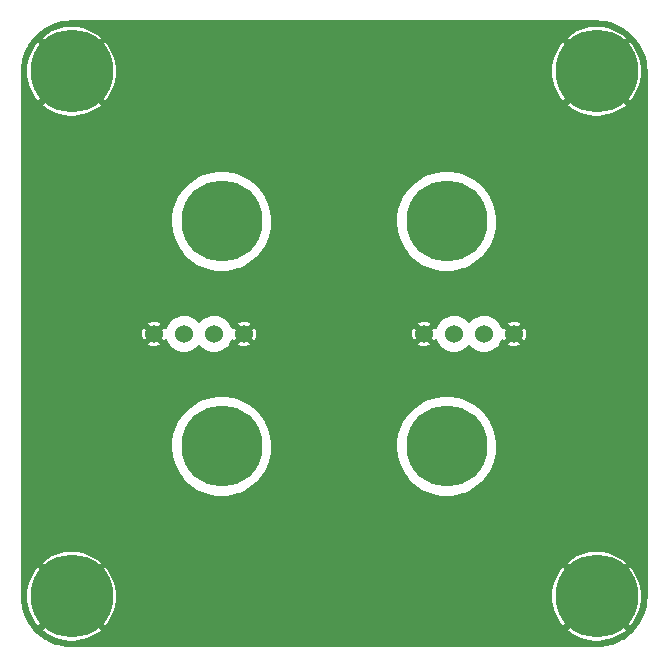
<source format=gbr>
%TF.GenerationSoftware,KiCad,Pcbnew,(5.99.0-12181-g5e8b23af64)*%
%TF.CreationDate,2021-09-04T21:12:43-05:00*%
%TF.ProjectId,banana-base-board,62616e61-6e61-42d6-9261-73652d626f61,rev?*%
%TF.SameCoordinates,Original*%
%TF.FileFunction,Copper,L4,Bot*%
%TF.FilePolarity,Positive*%
%FSLAX46Y46*%
G04 Gerber Fmt 4.6, Leading zero omitted, Abs format (unit mm)*
G04 Created by KiCad (PCBNEW (5.99.0-12181-g5e8b23af64)) date 2021-09-04 21:12:43*
%MOMM*%
%LPD*%
G01*
G04 APERTURE LIST*
%TA.AperFunction,ComponentPad*%
%ADD10C,6.858000*%
%TD*%
%TA.AperFunction,ComponentPad*%
%ADD11C,1.524000*%
%TD*%
%TA.AperFunction,ComponentPad*%
%ADD12C,7.000000*%
%TD*%
%TA.AperFunction,ViaPad*%
%ADD13C,0.800000*%
%TD*%
G04 APERTURE END LIST*
D10*
%TO.P,H4,1,1*%
%TO.N,Net-(H4-Pad1)*%
X146050000Y-88900000D03*
%TD*%
%TO.P,H3,1,1*%
%TO.N,Net-(H3-Pad1)*%
X127000000Y-88900000D03*
%TD*%
D11*
%TO.P,REF\u002A\u002A,1*%
%TO.N,Net-(H6-Pad1)*%
X144145000Y-79375000D03*
X151765000Y-79375000D03*
%TO.P,REF\u002A\u002A,2*%
%TO.N,Net-(H2-Pad1)*%
X146685000Y-79375000D03*
%TO.P,REF\u002A\u002A,3*%
%TO.N,Net-(H4-Pad1)*%
X149225000Y-79375000D03*
%TD*%
D12*
%TO.P,H8,1,1*%
%TO.N,Net-(H6-Pad1)*%
X158750000Y-101600000D03*
%TD*%
D10*
%TO.P,H2,1,1*%
%TO.N,Net-(H2-Pad1)*%
X146050000Y-69850000D03*
%TD*%
D12*
%TO.P,H7,1,1*%
%TO.N,Net-(H6-Pad1)*%
X158750000Y-57150000D03*
%TD*%
%TO.P,H9,1,1*%
%TO.N,Net-(H6-Pad1)*%
X114300000Y-57150000D03*
%TD*%
D10*
%TO.P,H1,1,1*%
%TO.N,Net-(H1-Pad1)*%
X127000000Y-69850000D03*
%TD*%
D12*
%TO.P,H6,1,1*%
%TO.N,Net-(H6-Pad1)*%
X114300000Y-101600000D03*
%TD*%
D11*
%TO.P,REF\u002A\u002A,1*%
%TO.N,Net-(H6-Pad1)*%
X128905000Y-79375000D03*
X121285000Y-79375000D03*
%TO.P,REF\u002A\u002A,2*%
%TO.N,Net-(H3-Pad1)*%
X123825000Y-79375000D03*
%TO.P,REF\u002A\u002A,3*%
%TO.N,Net-(H1-Pad1)*%
X126365000Y-79375000D03*
%TD*%
D13*
%TO.N,Net-(H6-Pad1)*%
X146050000Y-99695000D03*
X119380000Y-99695000D03*
X127000000Y-55245000D03*
X158750000Y-64135000D03*
X160655000Y-77470000D03*
X112395000Y-73660000D03*
X132715000Y-101600000D03*
X130810000Y-99695000D03*
X151765000Y-57150000D03*
X149860000Y-103505000D03*
X112395000Y-88900000D03*
X114300000Y-67945000D03*
X125095000Y-101600000D03*
X112395000Y-85090000D03*
X160655000Y-69850000D03*
X156845000Y-66040000D03*
X114300000Y-79375000D03*
X158750000Y-67945000D03*
X156845000Y-96520000D03*
X112395000Y-92710000D03*
X134620000Y-55245000D03*
X142240000Y-103505000D03*
X160655000Y-66040000D03*
X147955000Y-101600000D03*
X136525000Y-101600000D03*
X127000000Y-59055000D03*
X119380000Y-55245000D03*
X114300000Y-71755000D03*
X121285000Y-57150000D03*
X125095000Y-57150000D03*
X158750000Y-83185000D03*
X156845000Y-69850000D03*
X114300000Y-86995000D03*
X116205000Y-85090000D03*
X160655000Y-85090000D03*
X156845000Y-81280000D03*
X123190000Y-59055000D03*
X138430000Y-59055000D03*
X160655000Y-81280000D03*
X160655000Y-88900000D03*
X158750000Y-90805000D03*
X114300000Y-75565000D03*
X144145000Y-101600000D03*
X158750000Y-71755000D03*
X116205000Y-96520000D03*
X160655000Y-62230000D03*
X146050000Y-103505000D03*
X160655000Y-73660000D03*
X116205000Y-73660000D03*
X140335000Y-101600000D03*
X123190000Y-99695000D03*
X156845000Y-77470000D03*
X132715000Y-57150000D03*
X146050000Y-55245000D03*
X116205000Y-66040000D03*
X153670000Y-99695000D03*
X151765000Y-101600000D03*
X158750000Y-86995000D03*
X123190000Y-103505000D03*
X128905000Y-57150000D03*
X116205000Y-81280000D03*
X112395000Y-62230000D03*
X116205000Y-92710000D03*
X114300000Y-83185000D03*
X136525000Y-57150000D03*
X112395000Y-66040000D03*
X119380000Y-59055000D03*
X156845000Y-62230000D03*
X158750000Y-75565000D03*
X121285000Y-101600000D03*
X138430000Y-103505000D03*
X138430000Y-99695000D03*
X112395000Y-69850000D03*
X147955000Y-57150000D03*
X149860000Y-99695000D03*
X156845000Y-85090000D03*
X149860000Y-59055000D03*
X134620000Y-103505000D03*
X134620000Y-59055000D03*
X158750000Y-94615000D03*
X158750000Y-79375000D03*
X128905000Y-101600000D03*
X156845000Y-92710000D03*
X130810000Y-55245000D03*
X138430000Y-55245000D03*
X116205000Y-77470000D03*
X142240000Y-59055000D03*
X127000000Y-99695000D03*
X123190000Y-55245000D03*
X130810000Y-59055000D03*
X156845000Y-73660000D03*
X160655000Y-96520000D03*
X127000000Y-103505000D03*
X119380000Y-103505000D03*
X149860000Y-55245000D03*
X153670000Y-55245000D03*
X146050000Y-59055000D03*
X142240000Y-99695000D03*
X153670000Y-59055000D03*
X114300000Y-64135000D03*
X112395000Y-81280000D03*
X140335000Y-57150000D03*
X134620000Y-99695000D03*
X114300000Y-94615000D03*
X142240000Y-55245000D03*
X130810000Y-103505000D03*
X116205000Y-62230000D03*
X116205000Y-88900000D03*
X153670000Y-103505000D03*
X116205000Y-69850000D03*
X112395000Y-77470000D03*
X112395000Y-96520000D03*
X144145000Y-57150000D03*
X160655000Y-92710000D03*
X156845000Y-88900000D03*
X114300000Y-90805000D03*
%TD*%
%TA.AperFunction,Conductor*%
%TO.N,Net-(H6-Pad1)*%
G36*
X158709570Y-52832992D02*
G01*
X158739293Y-52836747D01*
X158766589Y-52834071D01*
X158784690Y-52833604D01*
X159142596Y-52850151D01*
X159154185Y-52851225D01*
X159537666Y-52904718D01*
X159549106Y-52906857D01*
X159926015Y-52995505D01*
X159937191Y-52998685D01*
X160120759Y-53060211D01*
X160304317Y-53121734D01*
X160315169Y-53125938D01*
X160669373Y-53282334D01*
X160679791Y-53287522D01*
X161018039Y-53475925D01*
X161027933Y-53482050D01*
X161069048Y-53510215D01*
X161347370Y-53700870D01*
X161356658Y-53707884D01*
X161654542Y-53955244D01*
X161663142Y-53963085D01*
X161936915Y-54236858D01*
X161944756Y-54245458D01*
X162192116Y-54543342D01*
X162199130Y-54552630D01*
X162417949Y-54872066D01*
X162424074Y-54881959D01*
X162483514Y-54988675D01*
X162612478Y-55220209D01*
X162617666Y-55230627D01*
X162774062Y-55584831D01*
X162778266Y-55595683D01*
X162901312Y-55962800D01*
X162904495Y-55973985D01*
X162916016Y-56022970D01*
X162993143Y-56350894D01*
X162995282Y-56362334D01*
X163048775Y-56745815D01*
X163049849Y-56757404D01*
X163065865Y-57103814D01*
X163065005Y-57125425D01*
X163063253Y-57139293D01*
X163065242Y-57159580D01*
X163067399Y-57181577D01*
X163068000Y-57193872D01*
X163068000Y-101543792D01*
X163067008Y-101559570D01*
X163063253Y-101589293D01*
X163065929Y-101616589D01*
X163066396Y-101634690D01*
X163051189Y-101963605D01*
X163049849Y-101992596D01*
X163048775Y-102004185D01*
X162995282Y-102387666D01*
X162993143Y-102399106D01*
X162911560Y-102745978D01*
X162904497Y-102776006D01*
X162901312Y-102787200D01*
X162778266Y-103154317D01*
X162774062Y-103165169D01*
X162617666Y-103519373D01*
X162612478Y-103529791D01*
X162441163Y-103837361D01*
X162424075Y-103868039D01*
X162417949Y-103877934D01*
X162199130Y-104197370D01*
X162192116Y-104206658D01*
X161944756Y-104504542D01*
X161936915Y-104513142D01*
X161663142Y-104786915D01*
X161654542Y-104794756D01*
X161356658Y-105042116D01*
X161347370Y-105049130D01*
X161027934Y-105267949D01*
X161018041Y-105274074D01*
X160911325Y-105333514D01*
X160679791Y-105462478D01*
X160669373Y-105467666D01*
X160315169Y-105624062D01*
X160304317Y-105628266D01*
X160120759Y-105689789D01*
X159937191Y-105751315D01*
X159926015Y-105754495D01*
X159559099Y-105840793D01*
X159549106Y-105843143D01*
X159537666Y-105845282D01*
X159154185Y-105898775D01*
X159142596Y-105899849D01*
X158796184Y-105915865D01*
X158774575Y-105915005D01*
X158760707Y-105913253D01*
X158718423Y-105917399D01*
X158706128Y-105918000D01*
X114356208Y-105918000D01*
X114340430Y-105917008D01*
X114310707Y-105913253D01*
X114283411Y-105915929D01*
X114265310Y-105916396D01*
X113907404Y-105899849D01*
X113895815Y-105898775D01*
X113512334Y-105845282D01*
X113500894Y-105843143D01*
X113490900Y-105840793D01*
X113123985Y-105754495D01*
X113112809Y-105751315D01*
X112929241Y-105689789D01*
X112745683Y-105628266D01*
X112734831Y-105624062D01*
X112380627Y-105467666D01*
X112370209Y-105462478D01*
X112138675Y-105333514D01*
X112031959Y-105274074D01*
X112022066Y-105267949D01*
X111702630Y-105049130D01*
X111693342Y-105042116D01*
X111395458Y-104794756D01*
X111386858Y-104786915D01*
X111113085Y-104513142D01*
X111105244Y-104504542D01*
X111042409Y-104428873D01*
X111836536Y-104428873D01*
X111843147Y-104438393D01*
X111983430Y-104559909D01*
X111988441Y-104563824D01*
X112294410Y-104778862D01*
X112299787Y-104782248D01*
X112625920Y-104965266D01*
X112631613Y-104968092D01*
X112974562Y-105117210D01*
X112980536Y-105119455D01*
X113336780Y-105233148D01*
X113342948Y-105234777D01*
X113708871Y-105311890D01*
X113715155Y-105312885D01*
X114087008Y-105352624D01*
X114093370Y-105352980D01*
X114467327Y-105354938D01*
X114473677Y-105354650D01*
X114845935Y-105318806D01*
X114852224Y-105317877D01*
X115218938Y-105244599D01*
X115225111Y-105243037D01*
X115582552Y-105133075D01*
X115588528Y-105130900D01*
X115933011Y-104985384D01*
X115938765Y-104982603D01*
X116266761Y-104803030D01*
X116272207Y-104799680D01*
X116580394Y-104587869D01*
X116585447Y-104584006D01*
X116755255Y-104439997D01*
X116762573Y-104428873D01*
X156286536Y-104428873D01*
X156293147Y-104438393D01*
X156433430Y-104559909D01*
X156438441Y-104563824D01*
X156744410Y-104778862D01*
X156749787Y-104782248D01*
X157075920Y-104965266D01*
X157081613Y-104968092D01*
X157424562Y-105117210D01*
X157430536Y-105119455D01*
X157786780Y-105233148D01*
X157792948Y-105234777D01*
X158158871Y-105311890D01*
X158165155Y-105312885D01*
X158537008Y-105352624D01*
X158543370Y-105352980D01*
X158917327Y-105354938D01*
X158923677Y-105354650D01*
X159295935Y-105318806D01*
X159302224Y-105317877D01*
X159668938Y-105244599D01*
X159675111Y-105243037D01*
X160032552Y-105133075D01*
X160038528Y-105130900D01*
X160383011Y-104985384D01*
X160388765Y-104982603D01*
X160716761Y-104803030D01*
X160722207Y-104799680D01*
X161030394Y-104587869D01*
X161035447Y-104584006D01*
X161205255Y-104439997D01*
X161213691Y-104427174D01*
X161207638Y-104416848D01*
X158762812Y-101972022D01*
X158748868Y-101964408D01*
X158747035Y-101964539D01*
X158740420Y-101968790D01*
X156293994Y-104415216D01*
X156286536Y-104428873D01*
X116762573Y-104428873D01*
X116763691Y-104427174D01*
X116757638Y-104416848D01*
X114312812Y-101972022D01*
X114298868Y-101964408D01*
X114297035Y-101964539D01*
X114290420Y-101968790D01*
X111843994Y-104415216D01*
X111836536Y-104428873D01*
X111042409Y-104428873D01*
X110857884Y-104206658D01*
X110850870Y-104197370D01*
X110632051Y-103877934D01*
X110625925Y-103868039D01*
X110608838Y-103837361D01*
X110437522Y-103529791D01*
X110432334Y-103519373D01*
X110275938Y-103165169D01*
X110271734Y-103154317D01*
X110148688Y-102787200D01*
X110145503Y-102776006D01*
X110138441Y-102745978D01*
X110056857Y-102399106D01*
X110054718Y-102387666D01*
X110001225Y-102004185D01*
X110000151Y-101992596D01*
X109984135Y-101646186D01*
X109984995Y-101624573D01*
X109984999Y-101624541D01*
X109986747Y-101610707D01*
X109984723Y-101590060D01*
X110541349Y-101590060D01*
X110558964Y-101963605D01*
X110559587Y-101969956D01*
X110614863Y-102339811D01*
X110616119Y-102346043D01*
X110708490Y-102708428D01*
X110710372Y-102714506D01*
X110838890Y-103065701D01*
X110841376Y-103071556D01*
X111004722Y-103407954D01*
X111007796Y-103413545D01*
X111204298Y-103731710D01*
X111207917Y-103736956D01*
X111435566Y-104033633D01*
X111439704Y-104038495D01*
X111457646Y-104057534D01*
X111471357Y-104065557D01*
X111472197Y-104065522D01*
X111480319Y-104060471D01*
X113927978Y-101612812D01*
X113934356Y-101601132D01*
X114664408Y-101601132D01*
X114664539Y-101602965D01*
X114668790Y-101609580D01*
X117118319Y-104059109D01*
X117132263Y-104066723D01*
X117133455Y-104066638D01*
X117139372Y-104062755D01*
X117369541Y-103769212D01*
X117373208Y-103764013D01*
X117573030Y-103447924D01*
X117576164Y-103442364D01*
X117743026Y-103107690D01*
X117745571Y-103101864D01*
X117877763Y-102752030D01*
X117879706Y-102745978D01*
X117975864Y-102384588D01*
X117977190Y-102378353D01*
X118036334Y-102009102D01*
X118037023Y-102002766D01*
X118058634Y-101627936D01*
X118058738Y-101624541D01*
X118058818Y-101601696D01*
X118058739Y-101598317D01*
X118058321Y-101590060D01*
X154991349Y-101590060D01*
X155008964Y-101963605D01*
X155009587Y-101969956D01*
X155064863Y-102339811D01*
X155066119Y-102346043D01*
X155158490Y-102708428D01*
X155160372Y-102714506D01*
X155288890Y-103065701D01*
X155291376Y-103071556D01*
X155454722Y-103407954D01*
X155457796Y-103413545D01*
X155654298Y-103731710D01*
X155657917Y-103736956D01*
X155885566Y-104033633D01*
X155889704Y-104038495D01*
X155907646Y-104057534D01*
X155921357Y-104065557D01*
X155922197Y-104065522D01*
X155930319Y-104060471D01*
X158377978Y-101612812D01*
X158384356Y-101601132D01*
X159114408Y-101601132D01*
X159114539Y-101602965D01*
X159118790Y-101609580D01*
X161568319Y-104059109D01*
X161582263Y-104066723D01*
X161583455Y-104066638D01*
X161589372Y-104062755D01*
X161819541Y-103769212D01*
X161823208Y-103764013D01*
X162023030Y-103447924D01*
X162026164Y-103442364D01*
X162193026Y-103107690D01*
X162195571Y-103101864D01*
X162327763Y-102752030D01*
X162329706Y-102745978D01*
X162425864Y-102384588D01*
X162427190Y-102378353D01*
X162486334Y-102009102D01*
X162487023Y-102002766D01*
X162508634Y-101627936D01*
X162508738Y-101624541D01*
X162508818Y-101601696D01*
X162508739Y-101598317D01*
X162489742Y-101223320D01*
X162489099Y-101217000D01*
X162432534Y-100847343D01*
X162431252Y-100841094D01*
X162337618Y-100479039D01*
X162335716Y-100472970D01*
X162205972Y-100122228D01*
X162203469Y-100116386D01*
X162038943Y-99780545D01*
X162035855Y-99774977D01*
X161838242Y-99457497D01*
X161834604Y-99452264D01*
X161605919Y-99156379D01*
X161601773Y-99151542D01*
X161592767Y-99142052D01*
X161579032Y-99134078D01*
X161578074Y-99134122D01*
X161570126Y-99139084D01*
X159122022Y-101587188D01*
X159114408Y-101601132D01*
X158384356Y-101601132D01*
X158385592Y-101598868D01*
X158385461Y-101597035D01*
X158381210Y-101590420D01*
X155932113Y-99141323D01*
X155918169Y-99133709D01*
X155917097Y-99133785D01*
X155909441Y-99138829D01*
X155906785Y-99141609D01*
X155902638Y-99146413D01*
X155672911Y-99441510D01*
X155669253Y-99446735D01*
X155470537Y-99763516D01*
X155467426Y-99769082D01*
X155301735Y-100104333D01*
X155299207Y-100110173D01*
X155168236Y-100460471D01*
X155166318Y-100466518D01*
X155071418Y-100828256D01*
X155070118Y-100834479D01*
X155012258Y-101203958D01*
X155011595Y-101210265D01*
X154991371Y-101583704D01*
X154991349Y-101590060D01*
X118058321Y-101590060D01*
X118039742Y-101223320D01*
X118039099Y-101217000D01*
X117982534Y-100847343D01*
X117981252Y-100841094D01*
X117887618Y-100479039D01*
X117885716Y-100472970D01*
X117755972Y-100122228D01*
X117753469Y-100116386D01*
X117588943Y-99780545D01*
X117585855Y-99774977D01*
X117388242Y-99457497D01*
X117384604Y-99452264D01*
X117155919Y-99156379D01*
X117151773Y-99151542D01*
X117142767Y-99142052D01*
X117129032Y-99134078D01*
X117128074Y-99134122D01*
X117120126Y-99139084D01*
X114672022Y-101587188D01*
X114664408Y-101601132D01*
X113934356Y-101601132D01*
X113935592Y-101598868D01*
X113935461Y-101597035D01*
X113931210Y-101590420D01*
X111482113Y-99141323D01*
X111468169Y-99133709D01*
X111467097Y-99133785D01*
X111459441Y-99138829D01*
X111456785Y-99141609D01*
X111452638Y-99146413D01*
X111222911Y-99441510D01*
X111219253Y-99446735D01*
X111020537Y-99763516D01*
X111017426Y-99769082D01*
X110851735Y-100104333D01*
X110849207Y-100110173D01*
X110718236Y-100460471D01*
X110716318Y-100466518D01*
X110621418Y-100828256D01*
X110620118Y-100834479D01*
X110562258Y-101203958D01*
X110561595Y-101210265D01*
X110541371Y-101583704D01*
X110541349Y-101590060D01*
X109984723Y-101590060D01*
X109982601Y-101568422D01*
X109982000Y-101556128D01*
X109982000Y-98772983D01*
X111836392Y-98772983D01*
X111842400Y-98783190D01*
X114287188Y-101227978D01*
X114301132Y-101235592D01*
X114302965Y-101235461D01*
X114309580Y-101231210D01*
X116756058Y-98784732D01*
X116762474Y-98772983D01*
X156286392Y-98772983D01*
X156292400Y-98783190D01*
X158737188Y-101227978D01*
X158751132Y-101235592D01*
X158752965Y-101235461D01*
X158759580Y-101231210D01*
X161206058Y-98784732D01*
X161213483Y-98771135D01*
X161206783Y-98761524D01*
X161056225Y-98632023D01*
X161051196Y-98628123D01*
X160744486Y-98414159D01*
X160739088Y-98410786D01*
X160412328Y-98228914D01*
X160406618Y-98226104D01*
X160063155Y-98078185D01*
X160057173Y-98075961D01*
X159700525Y-97963511D01*
X159694366Y-97961906D01*
X159328163Y-97886068D01*
X159321885Y-97885096D01*
X158949878Y-97846653D01*
X158943547Y-97846321D01*
X158569559Y-97845670D01*
X158563218Y-97845980D01*
X158191096Y-97883122D01*
X158184803Y-97884074D01*
X157818343Y-97958630D01*
X157812170Y-97960215D01*
X157455127Y-98071423D01*
X157449157Y-98073619D01*
X157105172Y-98220340D01*
X157099445Y-98223134D01*
X156772060Y-98403860D01*
X156766642Y-98407220D01*
X156459200Y-98620104D01*
X156454141Y-98624000D01*
X156294822Y-98760070D01*
X156286392Y-98772983D01*
X116762474Y-98772983D01*
X116763483Y-98771135D01*
X116756783Y-98761524D01*
X116606225Y-98632023D01*
X116601196Y-98628123D01*
X116294486Y-98414159D01*
X116289088Y-98410786D01*
X115962328Y-98228914D01*
X115956618Y-98226104D01*
X115613155Y-98078185D01*
X115607173Y-98075961D01*
X115250525Y-97963511D01*
X115244366Y-97961906D01*
X114878163Y-97886068D01*
X114871885Y-97885096D01*
X114499878Y-97846653D01*
X114493547Y-97846321D01*
X114119559Y-97845670D01*
X114113218Y-97845980D01*
X113741096Y-97883122D01*
X113734803Y-97884074D01*
X113368343Y-97958630D01*
X113362170Y-97960215D01*
X113005127Y-98071423D01*
X112999157Y-98073619D01*
X112655172Y-98220340D01*
X112649445Y-98223134D01*
X112322060Y-98403860D01*
X112316642Y-98407220D01*
X112009200Y-98620104D01*
X112004141Y-98624000D01*
X111844822Y-98760070D01*
X111836392Y-98772983D01*
X109982000Y-98772983D01*
X109982000Y-88841407D01*
X122803854Y-88841407D01*
X122818163Y-89251159D01*
X122818569Y-89254203D01*
X122818570Y-89254213D01*
X122841487Y-89425968D01*
X122872388Y-89657559D01*
X122966012Y-90056727D01*
X123098142Y-90444855D01*
X123267515Y-90818237D01*
X123472516Y-91173308D01*
X123711187Y-91506681D01*
X123713214Y-91508996D01*
X123713216Y-91508999D01*
X123831698Y-91644339D01*
X123981251Y-91815172D01*
X123983499Y-91817283D01*
X124277874Y-92093720D01*
X124277881Y-92093726D01*
X124280129Y-92095837D01*
X124282579Y-92097724D01*
X124282584Y-92097728D01*
X124426697Y-92208710D01*
X124604969Y-92345998D01*
X124952670Y-92563266D01*
X125319913Y-92745567D01*
X125703193Y-92891161D01*
X126098851Y-92998659D01*
X126296668Y-93032117D01*
X126500087Y-93066523D01*
X126500096Y-93066524D01*
X126503111Y-93067034D01*
X126683829Y-93079671D01*
X126909049Y-93095421D01*
X126909056Y-93095421D01*
X126912114Y-93095635D01*
X127176165Y-93088259D01*
X127318882Y-93084273D01*
X127318885Y-93084273D01*
X127321956Y-93084187D01*
X127325009Y-93083801D01*
X127325013Y-93083801D01*
X127472424Y-93065178D01*
X127728724Y-93032800D01*
X127731728Y-93032118D01*
X127731731Y-93032117D01*
X128125541Y-92942646D01*
X128125547Y-92942644D01*
X128128537Y-92941965D01*
X128281259Y-92891161D01*
X128514653Y-92813521D01*
X128514659Y-92813519D01*
X128517577Y-92812548D01*
X128665559Y-92746662D01*
X128889318Y-92647038D01*
X128889320Y-92647037D01*
X128892132Y-92645785D01*
X129248627Y-92443269D01*
X129583657Y-92206930D01*
X129894026Y-91939027D01*
X129896147Y-91936799D01*
X129896153Y-91936794D01*
X130174654Y-91644339D01*
X130176771Y-91642116D01*
X130429194Y-91319030D01*
X130430850Y-91316420D01*
X130430856Y-91316412D01*
X130647229Y-90975461D01*
X130647233Y-90975454D01*
X130648883Y-90972854D01*
X130833744Y-90606893D01*
X130834851Y-90604039D01*
X130834855Y-90604030D01*
X130980895Y-90227515D01*
X130980898Y-90227506D01*
X130982010Y-90224639D01*
X131092268Y-89829740D01*
X131163464Y-89425968D01*
X131194919Y-89017175D01*
X131196555Y-88900000D01*
X131193841Y-88844496D01*
X131193690Y-88841407D01*
X141853854Y-88841407D01*
X141868163Y-89251159D01*
X141868569Y-89254203D01*
X141868570Y-89254213D01*
X141891487Y-89425968D01*
X141922388Y-89657559D01*
X142016012Y-90056727D01*
X142148142Y-90444855D01*
X142317515Y-90818237D01*
X142522516Y-91173308D01*
X142761187Y-91506681D01*
X142763214Y-91508996D01*
X142763216Y-91508999D01*
X142881698Y-91644339D01*
X143031251Y-91815172D01*
X143033499Y-91817283D01*
X143327874Y-92093720D01*
X143327881Y-92093726D01*
X143330129Y-92095837D01*
X143332579Y-92097724D01*
X143332584Y-92097728D01*
X143476697Y-92208710D01*
X143654969Y-92345998D01*
X144002670Y-92563266D01*
X144369913Y-92745567D01*
X144753193Y-92891161D01*
X145148851Y-92998659D01*
X145346668Y-93032117D01*
X145550087Y-93066523D01*
X145550096Y-93066524D01*
X145553111Y-93067034D01*
X145733829Y-93079671D01*
X145959049Y-93095421D01*
X145959056Y-93095421D01*
X145962114Y-93095635D01*
X146226165Y-93088259D01*
X146368882Y-93084273D01*
X146368885Y-93084273D01*
X146371956Y-93084187D01*
X146375009Y-93083801D01*
X146375013Y-93083801D01*
X146522424Y-93065178D01*
X146778724Y-93032800D01*
X146781728Y-93032118D01*
X146781731Y-93032117D01*
X147175541Y-92942646D01*
X147175547Y-92942644D01*
X147178537Y-92941965D01*
X147331259Y-92891161D01*
X147564653Y-92813521D01*
X147564659Y-92813519D01*
X147567577Y-92812548D01*
X147715559Y-92746662D01*
X147939318Y-92647038D01*
X147939320Y-92647037D01*
X147942132Y-92645785D01*
X148298627Y-92443269D01*
X148633657Y-92206930D01*
X148944026Y-91939027D01*
X148946147Y-91936799D01*
X148946153Y-91936794D01*
X149224654Y-91644339D01*
X149226771Y-91642116D01*
X149479194Y-91319030D01*
X149480850Y-91316420D01*
X149480856Y-91316412D01*
X149697229Y-90975461D01*
X149697233Y-90975454D01*
X149698883Y-90972854D01*
X149883744Y-90606893D01*
X149884851Y-90604039D01*
X149884855Y-90604030D01*
X150030895Y-90227515D01*
X150030898Y-90227506D01*
X150032010Y-90224639D01*
X150142268Y-89829740D01*
X150213464Y-89425968D01*
X150244919Y-89017175D01*
X150246555Y-88900000D01*
X150243841Y-88844496D01*
X150226677Y-88493558D01*
X150226527Y-88490488D01*
X150166632Y-88084885D01*
X150067444Y-87687062D01*
X149929908Y-87300817D01*
X149755338Y-86929837D01*
X149724613Y-86878294D01*
X149546980Y-86580313D01*
X149545400Y-86577662D01*
X149302097Y-86247654D01*
X149300041Y-86245371D01*
X149300034Y-86245362D01*
X149029822Y-85945261D01*
X149029814Y-85945253D01*
X149027753Y-85942964D01*
X148724985Y-85666499D01*
X148396684Y-85420898D01*
X148340571Y-85386915D01*
X148048611Y-85210097D01*
X148048602Y-85210092D01*
X148045983Y-85208506D01*
X147676230Y-85031351D01*
X147618435Y-85010315D01*
X147293851Y-84892176D01*
X147293850Y-84892176D01*
X147290955Y-84891122D01*
X147077192Y-84836237D01*
X146896819Y-84789925D01*
X146896816Y-84789924D01*
X146893835Y-84789159D01*
X146488659Y-84726434D01*
X146485602Y-84726263D01*
X146485601Y-84726263D01*
X146454136Y-84724504D01*
X146079297Y-84703547D01*
X146076219Y-84703676D01*
X146076215Y-84703676D01*
X145810179Y-84714826D01*
X145669655Y-84720716D01*
X145263644Y-84777778D01*
X144865139Y-84874186D01*
X144477943Y-85009022D01*
X144475145Y-85010315D01*
X144108550Y-85179705D01*
X144108540Y-85179710D01*
X144105753Y-85180998D01*
X143752121Y-85388473D01*
X143709690Y-85419301D01*
X143422904Y-85627662D01*
X143422898Y-85627667D01*
X143420423Y-85629465D01*
X143418137Y-85631494D01*
X143418134Y-85631497D01*
X143376371Y-85668576D01*
X143113824Y-85901676D01*
X143111745Y-85903921D01*
X143111738Y-85903928D01*
X142837338Y-86200253D01*
X142835252Y-86202506D01*
X142587366Y-86529085D01*
X142372531Y-86878294D01*
X142192798Y-87246801D01*
X142191727Y-87249682D01*
X142191724Y-87249688D01*
X142102641Y-87489225D01*
X142049883Y-87631088D01*
X141945150Y-88027487D01*
X141879598Y-88432214D01*
X141879404Y-88435294D01*
X141879404Y-88435296D01*
X141875739Y-88493558D01*
X141853854Y-88841407D01*
X131193690Y-88841407D01*
X131176677Y-88493558D01*
X131176527Y-88490488D01*
X131116632Y-88084885D01*
X131017444Y-87687062D01*
X130879908Y-87300817D01*
X130705338Y-86929837D01*
X130674613Y-86878294D01*
X130496980Y-86580313D01*
X130495400Y-86577662D01*
X130252097Y-86247654D01*
X130250041Y-86245371D01*
X130250034Y-86245362D01*
X129979822Y-85945261D01*
X129979814Y-85945253D01*
X129977753Y-85942964D01*
X129674985Y-85666499D01*
X129346684Y-85420898D01*
X129290571Y-85386915D01*
X128998611Y-85210097D01*
X128998602Y-85210092D01*
X128995983Y-85208506D01*
X128626230Y-85031351D01*
X128568435Y-85010315D01*
X128243851Y-84892176D01*
X128243850Y-84892176D01*
X128240955Y-84891122D01*
X128027192Y-84836237D01*
X127846819Y-84789925D01*
X127846816Y-84789924D01*
X127843835Y-84789159D01*
X127438659Y-84726434D01*
X127435602Y-84726263D01*
X127435601Y-84726263D01*
X127404136Y-84724504D01*
X127029297Y-84703547D01*
X127026219Y-84703676D01*
X127026215Y-84703676D01*
X126760179Y-84714826D01*
X126619655Y-84720716D01*
X126213644Y-84777778D01*
X125815139Y-84874186D01*
X125427943Y-85009022D01*
X125425145Y-85010315D01*
X125058550Y-85179705D01*
X125058540Y-85179710D01*
X125055753Y-85180998D01*
X124702121Y-85388473D01*
X124659690Y-85419301D01*
X124372904Y-85627662D01*
X124372898Y-85627667D01*
X124370423Y-85629465D01*
X124368137Y-85631494D01*
X124368134Y-85631497D01*
X124326371Y-85668576D01*
X124063824Y-85901676D01*
X124061745Y-85903921D01*
X124061738Y-85903928D01*
X123787338Y-86200253D01*
X123785252Y-86202506D01*
X123537366Y-86529085D01*
X123322531Y-86878294D01*
X123142798Y-87246801D01*
X123141727Y-87249682D01*
X123141724Y-87249688D01*
X123052641Y-87489225D01*
X122999883Y-87631088D01*
X122895150Y-88027487D01*
X122829598Y-88432214D01*
X122829404Y-88435294D01*
X122829404Y-88435296D01*
X122825739Y-88493558D01*
X122803854Y-88841407D01*
X109982000Y-88841407D01*
X109982000Y-80250011D01*
X120774819Y-80250011D01*
X120779729Y-80256569D01*
X120870899Y-80307524D01*
X120882138Y-80312433D01*
X121059914Y-80370196D01*
X121071888Y-80372829D01*
X121257508Y-80394963D01*
X121269757Y-80395220D01*
X121456138Y-80380879D01*
X121468218Y-80378748D01*
X121648244Y-80328484D01*
X121659695Y-80324042D01*
X121786461Y-80260009D01*
X121796747Y-80250362D01*
X121794509Y-80243719D01*
X121297812Y-79747022D01*
X121283868Y-79739408D01*
X121282035Y-79739539D01*
X121275420Y-79743790D01*
X120781579Y-80237631D01*
X120774819Y-80250011D01*
X109982000Y-80250011D01*
X109982000Y-79366890D01*
X120264700Y-79366890D01*
X120280340Y-79553154D01*
X120282555Y-79565219D01*
X120334077Y-79744900D01*
X120338592Y-79756304D01*
X120400206Y-79876192D01*
X120409923Y-79886410D01*
X120416724Y-79884066D01*
X120912978Y-79387812D01*
X120919356Y-79376132D01*
X121649408Y-79376132D01*
X121649539Y-79377965D01*
X121653790Y-79384580D01*
X122147529Y-79878319D01*
X122159909Y-79885079D01*
X122172345Y-79875769D01*
X122216111Y-79833451D01*
X122285729Y-79819528D01*
X122351823Y-79845453D01*
X122391038Y-79896820D01*
X122462460Y-80069249D01*
X122587840Y-80273849D01*
X122591057Y-80277616D01*
X122591058Y-80277617D01*
X122691280Y-80394963D01*
X122743682Y-80456318D01*
X122926151Y-80612160D01*
X123130751Y-80737540D01*
X123135321Y-80739433D01*
X123135323Y-80739434D01*
X123347874Y-80827475D01*
X123352447Y-80829369D01*
X123434037Y-80848957D01*
X123580965Y-80884232D01*
X123580971Y-80884233D01*
X123585778Y-80885387D01*
X123825000Y-80904214D01*
X124064222Y-80885387D01*
X124069029Y-80884233D01*
X124069035Y-80884232D01*
X124215963Y-80848957D01*
X124297553Y-80829369D01*
X124302126Y-80827475D01*
X124514677Y-80739434D01*
X124514679Y-80739433D01*
X124519249Y-80737540D01*
X124723849Y-80612160D01*
X124906318Y-80456318D01*
X124999191Y-80347577D01*
X125058639Y-80308770D01*
X125129634Y-80308262D01*
X125190809Y-80347577D01*
X125283682Y-80456318D01*
X125466151Y-80612160D01*
X125670751Y-80737540D01*
X125675321Y-80739433D01*
X125675323Y-80739434D01*
X125887874Y-80827475D01*
X125892447Y-80829369D01*
X125974037Y-80848957D01*
X126120965Y-80884232D01*
X126120971Y-80884233D01*
X126125778Y-80885387D01*
X126365000Y-80904214D01*
X126604222Y-80885387D01*
X126609029Y-80884233D01*
X126609035Y-80884232D01*
X126755963Y-80848957D01*
X126837553Y-80829369D01*
X126842126Y-80827475D01*
X127054677Y-80739434D01*
X127054679Y-80739433D01*
X127059249Y-80737540D01*
X127263849Y-80612160D01*
X127446318Y-80456318D01*
X127498720Y-80394963D01*
X127598942Y-80277617D01*
X127598943Y-80277616D01*
X127602160Y-80273849D01*
X127616768Y-80250011D01*
X128394819Y-80250011D01*
X128399729Y-80256569D01*
X128490899Y-80307524D01*
X128502138Y-80312433D01*
X128679914Y-80370196D01*
X128691888Y-80372829D01*
X128877508Y-80394963D01*
X128889757Y-80395220D01*
X129076138Y-80380879D01*
X129088218Y-80378748D01*
X129268244Y-80328484D01*
X129279695Y-80324042D01*
X129406461Y-80260009D01*
X129416747Y-80250362D01*
X129416629Y-80250011D01*
X143634819Y-80250011D01*
X143639729Y-80256569D01*
X143730899Y-80307524D01*
X143742138Y-80312433D01*
X143919914Y-80370196D01*
X143931888Y-80372829D01*
X144117508Y-80394963D01*
X144129757Y-80395220D01*
X144316138Y-80380879D01*
X144328218Y-80378748D01*
X144508244Y-80328484D01*
X144519695Y-80324042D01*
X144646461Y-80260009D01*
X144656747Y-80250362D01*
X144654509Y-80243719D01*
X144157812Y-79747022D01*
X144143868Y-79739408D01*
X144142035Y-79739539D01*
X144135420Y-79743790D01*
X143641579Y-80237631D01*
X143634819Y-80250011D01*
X129416629Y-80250011D01*
X129414509Y-80243719D01*
X128917812Y-79747022D01*
X128903868Y-79739408D01*
X128902035Y-79739539D01*
X128895420Y-79743790D01*
X128401579Y-80237631D01*
X128394819Y-80250011D01*
X127616768Y-80250011D01*
X127727540Y-80069249D01*
X127798315Y-79898382D01*
X127842863Y-79843101D01*
X127910226Y-79820680D01*
X127979018Y-79838238D01*
X128004902Y-79865744D01*
X128007720Y-79863064D01*
X128029923Y-79886410D01*
X128036724Y-79884066D01*
X128532978Y-79387812D01*
X128539356Y-79376132D01*
X129269408Y-79376132D01*
X129269539Y-79377965D01*
X129273790Y-79384580D01*
X129767529Y-79878319D01*
X129779909Y-79885079D01*
X129786643Y-79880038D01*
X129834606Y-79795607D01*
X129839600Y-79784391D01*
X129898599Y-79607034D01*
X129901319Y-79595063D01*
X129925075Y-79407010D01*
X129925567Y-79399981D01*
X129925867Y-79378505D01*
X129925574Y-79371512D01*
X129925121Y-79366890D01*
X143124700Y-79366890D01*
X143140340Y-79553154D01*
X143142555Y-79565219D01*
X143194077Y-79744900D01*
X143198592Y-79756304D01*
X143260206Y-79876192D01*
X143269923Y-79886410D01*
X143276724Y-79884066D01*
X143772978Y-79387812D01*
X143779356Y-79376132D01*
X144509408Y-79376132D01*
X144509539Y-79377965D01*
X144513790Y-79384580D01*
X145007529Y-79878319D01*
X145019909Y-79885079D01*
X145032345Y-79875769D01*
X145076111Y-79833451D01*
X145145729Y-79819528D01*
X145211823Y-79845453D01*
X145251038Y-79896820D01*
X145322460Y-80069249D01*
X145447840Y-80273849D01*
X145451057Y-80277616D01*
X145451058Y-80277617D01*
X145551280Y-80394963D01*
X145603682Y-80456318D01*
X145786151Y-80612160D01*
X145990751Y-80737540D01*
X145995321Y-80739433D01*
X145995323Y-80739434D01*
X146207874Y-80827475D01*
X146212447Y-80829369D01*
X146294037Y-80848957D01*
X146440965Y-80884232D01*
X146440971Y-80884233D01*
X146445778Y-80885387D01*
X146685000Y-80904214D01*
X146924222Y-80885387D01*
X146929029Y-80884233D01*
X146929035Y-80884232D01*
X147075963Y-80848957D01*
X147157553Y-80829369D01*
X147162126Y-80827475D01*
X147374677Y-80739434D01*
X147374679Y-80739433D01*
X147379249Y-80737540D01*
X147583849Y-80612160D01*
X147766318Y-80456318D01*
X147859191Y-80347577D01*
X147918639Y-80308770D01*
X147989634Y-80308262D01*
X148050809Y-80347577D01*
X148143682Y-80456318D01*
X148326151Y-80612160D01*
X148530751Y-80737540D01*
X148535321Y-80739433D01*
X148535323Y-80739434D01*
X148747874Y-80827475D01*
X148752447Y-80829369D01*
X148834037Y-80848957D01*
X148980965Y-80884232D01*
X148980971Y-80884233D01*
X148985778Y-80885387D01*
X149225000Y-80904214D01*
X149464222Y-80885387D01*
X149469029Y-80884233D01*
X149469035Y-80884232D01*
X149615963Y-80848957D01*
X149697553Y-80829369D01*
X149702126Y-80827475D01*
X149914677Y-80739434D01*
X149914679Y-80739433D01*
X149919249Y-80737540D01*
X150123849Y-80612160D01*
X150306318Y-80456318D01*
X150358720Y-80394963D01*
X150458942Y-80277617D01*
X150458943Y-80277616D01*
X150462160Y-80273849D01*
X150476768Y-80250011D01*
X151254819Y-80250011D01*
X151259729Y-80256569D01*
X151350899Y-80307524D01*
X151362138Y-80312433D01*
X151539914Y-80370196D01*
X151551888Y-80372829D01*
X151737508Y-80394963D01*
X151749757Y-80395220D01*
X151936138Y-80380879D01*
X151948218Y-80378748D01*
X152128244Y-80328484D01*
X152139695Y-80324042D01*
X152266461Y-80260009D01*
X152276747Y-80250362D01*
X152274509Y-80243719D01*
X151777812Y-79747022D01*
X151763868Y-79739408D01*
X151762035Y-79739539D01*
X151755420Y-79743790D01*
X151261579Y-80237631D01*
X151254819Y-80250011D01*
X150476768Y-80250011D01*
X150587540Y-80069249D01*
X150658315Y-79898382D01*
X150702863Y-79843101D01*
X150770226Y-79820680D01*
X150839018Y-79838238D01*
X150864902Y-79865744D01*
X150867720Y-79863064D01*
X150889923Y-79886410D01*
X150896724Y-79884066D01*
X151392978Y-79387812D01*
X151399356Y-79376132D01*
X152129408Y-79376132D01*
X152129539Y-79377965D01*
X152133790Y-79384580D01*
X152627529Y-79878319D01*
X152639909Y-79885079D01*
X152646643Y-79880038D01*
X152694606Y-79795607D01*
X152699600Y-79784391D01*
X152758599Y-79607034D01*
X152761319Y-79595063D01*
X152785075Y-79407010D01*
X152785567Y-79399981D01*
X152785867Y-79378505D01*
X152785574Y-79371512D01*
X152767074Y-79182836D01*
X152764691Y-79170801D01*
X152710665Y-78991858D01*
X152705990Y-78980517D01*
X152649479Y-78874234D01*
X152639617Y-78864151D01*
X152632491Y-78866719D01*
X152137022Y-79362188D01*
X152129408Y-79376132D01*
X151399356Y-79376132D01*
X151400592Y-79373868D01*
X151400461Y-79372035D01*
X151396210Y-79365420D01*
X150902229Y-78871439D01*
X150889849Y-78864679D01*
X150876000Y-78875046D01*
X150835336Y-78915477D01*
X150765919Y-78930369D01*
X150699470Y-78905367D01*
X150658860Y-78852934D01*
X150589434Y-78685323D01*
X150589433Y-78685321D01*
X150587540Y-78680751D01*
X150476880Y-78500172D01*
X151253890Y-78500172D01*
X151256345Y-78507135D01*
X151752188Y-79002978D01*
X151766132Y-79010592D01*
X151767965Y-79010461D01*
X151774580Y-79006210D01*
X152268737Y-78512053D01*
X152275497Y-78499673D01*
X152270838Y-78493450D01*
X152166039Y-78436785D01*
X152154734Y-78432033D01*
X151976169Y-78376758D01*
X151964158Y-78374292D01*
X151778255Y-78354753D01*
X151765987Y-78354668D01*
X151579838Y-78371608D01*
X151567791Y-78373906D01*
X151388470Y-78426683D01*
X151377093Y-78431280D01*
X151264039Y-78490383D01*
X151253890Y-78500172D01*
X150476880Y-78500172D01*
X150462160Y-78476151D01*
X150306318Y-78293682D01*
X150123849Y-78137840D01*
X149919249Y-78012460D01*
X149914679Y-78010567D01*
X149914677Y-78010566D01*
X149702126Y-77922525D01*
X149702124Y-77922524D01*
X149697553Y-77920631D01*
X149615963Y-77901043D01*
X149469035Y-77865768D01*
X149469029Y-77865767D01*
X149464222Y-77864613D01*
X149225000Y-77845786D01*
X148985778Y-77864613D01*
X148980971Y-77865767D01*
X148980965Y-77865768D01*
X148834037Y-77901043D01*
X148752447Y-77920631D01*
X148747876Y-77922524D01*
X148747874Y-77922525D01*
X148535323Y-78010566D01*
X148535321Y-78010567D01*
X148530751Y-78012460D01*
X148326151Y-78137840D01*
X148143682Y-78293682D01*
X148050809Y-78402423D01*
X147991361Y-78441230D01*
X147920366Y-78441738D01*
X147859191Y-78402423D01*
X147766318Y-78293682D01*
X147583849Y-78137840D01*
X147379249Y-78012460D01*
X147374679Y-78010567D01*
X147374677Y-78010566D01*
X147162126Y-77922525D01*
X147162124Y-77922524D01*
X147157553Y-77920631D01*
X147075963Y-77901043D01*
X146929035Y-77865768D01*
X146929029Y-77865767D01*
X146924222Y-77864613D01*
X146685000Y-77845786D01*
X146445778Y-77864613D01*
X146440971Y-77865767D01*
X146440965Y-77865768D01*
X146294037Y-77901043D01*
X146212447Y-77920631D01*
X146207876Y-77922524D01*
X146207874Y-77922525D01*
X145995323Y-78010566D01*
X145995321Y-78010567D01*
X145990751Y-78012460D01*
X145786151Y-78137840D01*
X145603682Y-78293682D01*
X145447840Y-78476151D01*
X145322460Y-78680751D01*
X145320567Y-78685321D01*
X145320566Y-78685323D01*
X145251353Y-78852418D01*
X145206805Y-78907699D01*
X145139441Y-78930120D01*
X145070650Y-78912562D01*
X145044363Y-78885014D01*
X145042144Y-78887184D01*
X145019617Y-78864151D01*
X145012491Y-78866719D01*
X144517022Y-79362188D01*
X144509408Y-79376132D01*
X143779356Y-79376132D01*
X143780592Y-79373868D01*
X143780461Y-79372035D01*
X143776210Y-79365420D01*
X143282229Y-78871439D01*
X143269849Y-78864679D01*
X143263461Y-78869461D01*
X143209606Y-78967423D01*
X143204778Y-78978687D01*
X143148255Y-79156870D01*
X143145707Y-79168858D01*
X143124871Y-79354621D01*
X143124700Y-79366890D01*
X129925121Y-79366890D01*
X129907074Y-79182836D01*
X129904691Y-79170801D01*
X129850665Y-78991858D01*
X129845990Y-78980517D01*
X129789479Y-78874234D01*
X129779617Y-78864151D01*
X129772491Y-78866719D01*
X129277022Y-79362188D01*
X129269408Y-79376132D01*
X128539356Y-79376132D01*
X128540592Y-79373868D01*
X128540461Y-79372035D01*
X128536210Y-79365420D01*
X128042229Y-78871439D01*
X128029849Y-78864679D01*
X128016000Y-78875046D01*
X127975336Y-78915477D01*
X127905919Y-78930369D01*
X127839470Y-78905367D01*
X127798860Y-78852934D01*
X127729434Y-78685323D01*
X127729433Y-78685321D01*
X127727540Y-78680751D01*
X127616880Y-78500172D01*
X128393890Y-78500172D01*
X128396345Y-78507135D01*
X128892188Y-79002978D01*
X128906132Y-79010592D01*
X128907965Y-79010461D01*
X128914580Y-79006210D01*
X129408737Y-78512053D01*
X129415225Y-78500172D01*
X143633890Y-78500172D01*
X143636345Y-78507135D01*
X144132188Y-79002978D01*
X144146132Y-79010592D01*
X144147965Y-79010461D01*
X144154580Y-79006210D01*
X144648737Y-78512053D01*
X144655497Y-78499673D01*
X144650838Y-78493450D01*
X144546039Y-78436785D01*
X144534734Y-78432033D01*
X144356169Y-78376758D01*
X144344158Y-78374292D01*
X144158255Y-78354753D01*
X144145987Y-78354668D01*
X143959838Y-78371608D01*
X143947791Y-78373906D01*
X143768470Y-78426683D01*
X143757093Y-78431280D01*
X143644039Y-78490383D01*
X143633890Y-78500172D01*
X129415225Y-78500172D01*
X129415497Y-78499673D01*
X129410838Y-78493450D01*
X129306039Y-78436785D01*
X129294734Y-78432033D01*
X129116169Y-78376758D01*
X129104158Y-78374292D01*
X128918255Y-78354753D01*
X128905987Y-78354668D01*
X128719838Y-78371608D01*
X128707791Y-78373906D01*
X128528470Y-78426683D01*
X128517093Y-78431280D01*
X128404039Y-78490383D01*
X128393890Y-78500172D01*
X127616880Y-78500172D01*
X127602160Y-78476151D01*
X127446318Y-78293682D01*
X127263849Y-78137840D01*
X127059249Y-78012460D01*
X127054679Y-78010567D01*
X127054677Y-78010566D01*
X126842126Y-77922525D01*
X126842124Y-77922524D01*
X126837553Y-77920631D01*
X126755963Y-77901043D01*
X126609035Y-77865768D01*
X126609029Y-77865767D01*
X126604222Y-77864613D01*
X126365000Y-77845786D01*
X126125778Y-77864613D01*
X126120971Y-77865767D01*
X126120965Y-77865768D01*
X125974037Y-77901043D01*
X125892447Y-77920631D01*
X125887876Y-77922524D01*
X125887874Y-77922525D01*
X125675323Y-78010566D01*
X125675321Y-78010567D01*
X125670751Y-78012460D01*
X125466151Y-78137840D01*
X125283682Y-78293682D01*
X125190809Y-78402423D01*
X125131361Y-78441230D01*
X125060366Y-78441738D01*
X124999191Y-78402423D01*
X124906318Y-78293682D01*
X124723849Y-78137840D01*
X124519249Y-78012460D01*
X124514679Y-78010567D01*
X124514677Y-78010566D01*
X124302126Y-77922525D01*
X124302124Y-77922524D01*
X124297553Y-77920631D01*
X124215963Y-77901043D01*
X124069035Y-77865768D01*
X124069029Y-77865767D01*
X124064222Y-77864613D01*
X123825000Y-77845786D01*
X123585778Y-77864613D01*
X123580971Y-77865767D01*
X123580965Y-77865768D01*
X123434037Y-77901043D01*
X123352447Y-77920631D01*
X123347876Y-77922524D01*
X123347874Y-77922525D01*
X123135323Y-78010566D01*
X123135321Y-78010567D01*
X123130751Y-78012460D01*
X122926151Y-78137840D01*
X122743682Y-78293682D01*
X122587840Y-78476151D01*
X122462460Y-78680751D01*
X122460567Y-78685321D01*
X122460566Y-78685323D01*
X122391353Y-78852418D01*
X122346805Y-78907699D01*
X122279441Y-78930120D01*
X122210650Y-78912562D01*
X122184363Y-78885014D01*
X122182144Y-78887184D01*
X122159617Y-78864151D01*
X122152491Y-78866719D01*
X121657022Y-79362188D01*
X121649408Y-79376132D01*
X120919356Y-79376132D01*
X120920592Y-79373868D01*
X120920461Y-79372035D01*
X120916210Y-79365420D01*
X120422229Y-78871439D01*
X120409849Y-78864679D01*
X120403461Y-78869461D01*
X120349606Y-78967423D01*
X120344778Y-78978687D01*
X120288255Y-79156870D01*
X120285707Y-79168858D01*
X120264871Y-79354621D01*
X120264700Y-79366890D01*
X109982000Y-79366890D01*
X109982000Y-78500172D01*
X120773890Y-78500172D01*
X120776345Y-78507135D01*
X121272188Y-79002978D01*
X121286132Y-79010592D01*
X121287965Y-79010461D01*
X121294580Y-79006210D01*
X121788737Y-78512053D01*
X121795497Y-78499673D01*
X121790838Y-78493450D01*
X121686039Y-78436785D01*
X121674734Y-78432033D01*
X121496169Y-78376758D01*
X121484158Y-78374292D01*
X121298255Y-78354753D01*
X121285987Y-78354668D01*
X121099838Y-78371608D01*
X121087791Y-78373906D01*
X120908470Y-78426683D01*
X120897093Y-78431280D01*
X120784039Y-78490383D01*
X120773890Y-78500172D01*
X109982000Y-78500172D01*
X109982000Y-69791407D01*
X122803854Y-69791407D01*
X122818163Y-70201159D01*
X122818569Y-70204203D01*
X122818570Y-70204213D01*
X122841487Y-70375968D01*
X122872388Y-70607559D01*
X122966012Y-71006727D01*
X123098142Y-71394855D01*
X123267515Y-71768237D01*
X123472516Y-72123308D01*
X123711187Y-72456681D01*
X123713214Y-72458996D01*
X123713216Y-72458999D01*
X123831698Y-72594339D01*
X123981251Y-72765172D01*
X123983499Y-72767283D01*
X124277874Y-73043720D01*
X124277881Y-73043726D01*
X124280129Y-73045837D01*
X124282579Y-73047724D01*
X124282584Y-73047728D01*
X124426697Y-73158710D01*
X124604969Y-73295998D01*
X124952670Y-73513266D01*
X125319913Y-73695567D01*
X125703193Y-73841161D01*
X126098851Y-73948659D01*
X126296668Y-73982117D01*
X126500087Y-74016523D01*
X126500096Y-74016524D01*
X126503111Y-74017034D01*
X126683829Y-74029671D01*
X126909049Y-74045421D01*
X126909056Y-74045421D01*
X126912114Y-74045635D01*
X127176165Y-74038259D01*
X127318882Y-74034273D01*
X127318885Y-74034273D01*
X127321956Y-74034187D01*
X127325009Y-74033801D01*
X127325013Y-74033801D01*
X127472424Y-74015178D01*
X127728724Y-73982800D01*
X127731728Y-73982118D01*
X127731731Y-73982117D01*
X128125541Y-73892646D01*
X128125547Y-73892644D01*
X128128537Y-73891965D01*
X128281259Y-73841161D01*
X128514653Y-73763521D01*
X128514659Y-73763519D01*
X128517577Y-73762548D01*
X128665559Y-73696662D01*
X128889318Y-73597038D01*
X128889320Y-73597037D01*
X128892132Y-73595785D01*
X129248627Y-73393269D01*
X129583657Y-73156930D01*
X129894026Y-72889027D01*
X129896147Y-72886799D01*
X129896153Y-72886794D01*
X130174654Y-72594339D01*
X130176771Y-72592116D01*
X130429194Y-72269030D01*
X130430850Y-72266420D01*
X130430856Y-72266412D01*
X130647229Y-71925461D01*
X130647233Y-71925454D01*
X130648883Y-71922854D01*
X130833744Y-71556893D01*
X130834851Y-71554039D01*
X130834855Y-71554030D01*
X130980895Y-71177515D01*
X130980898Y-71177506D01*
X130982010Y-71174639D01*
X131092268Y-70779740D01*
X131163464Y-70375968D01*
X131194919Y-69967175D01*
X131196555Y-69850000D01*
X131193841Y-69794496D01*
X131193690Y-69791407D01*
X141853854Y-69791407D01*
X141868163Y-70201159D01*
X141868569Y-70204203D01*
X141868570Y-70204213D01*
X141891487Y-70375968D01*
X141922388Y-70607559D01*
X142016012Y-71006727D01*
X142148142Y-71394855D01*
X142317515Y-71768237D01*
X142522516Y-72123308D01*
X142761187Y-72456681D01*
X142763214Y-72458996D01*
X142763216Y-72458999D01*
X142881698Y-72594339D01*
X143031251Y-72765172D01*
X143033499Y-72767283D01*
X143327874Y-73043720D01*
X143327881Y-73043726D01*
X143330129Y-73045837D01*
X143332579Y-73047724D01*
X143332584Y-73047728D01*
X143476697Y-73158710D01*
X143654969Y-73295998D01*
X144002670Y-73513266D01*
X144369913Y-73695567D01*
X144753193Y-73841161D01*
X145148851Y-73948659D01*
X145346668Y-73982117D01*
X145550087Y-74016523D01*
X145550096Y-74016524D01*
X145553111Y-74017034D01*
X145733829Y-74029671D01*
X145959049Y-74045421D01*
X145959056Y-74045421D01*
X145962114Y-74045635D01*
X146226165Y-74038259D01*
X146368882Y-74034273D01*
X146368885Y-74034273D01*
X146371956Y-74034187D01*
X146375009Y-74033801D01*
X146375013Y-74033801D01*
X146522424Y-74015178D01*
X146778724Y-73982800D01*
X146781728Y-73982118D01*
X146781731Y-73982117D01*
X147175541Y-73892646D01*
X147175547Y-73892644D01*
X147178537Y-73891965D01*
X147331259Y-73841161D01*
X147564653Y-73763521D01*
X147564659Y-73763519D01*
X147567577Y-73762548D01*
X147715559Y-73696662D01*
X147939318Y-73597038D01*
X147939320Y-73597037D01*
X147942132Y-73595785D01*
X148298627Y-73393269D01*
X148633657Y-73156930D01*
X148944026Y-72889027D01*
X148946147Y-72886799D01*
X148946153Y-72886794D01*
X149224654Y-72594339D01*
X149226771Y-72592116D01*
X149479194Y-72269030D01*
X149480850Y-72266420D01*
X149480856Y-72266412D01*
X149697229Y-71925461D01*
X149697233Y-71925454D01*
X149698883Y-71922854D01*
X149883744Y-71556893D01*
X149884851Y-71554039D01*
X149884855Y-71554030D01*
X150030895Y-71177515D01*
X150030898Y-71177506D01*
X150032010Y-71174639D01*
X150142268Y-70779740D01*
X150213464Y-70375968D01*
X150244919Y-69967175D01*
X150246555Y-69850000D01*
X150243841Y-69794496D01*
X150226677Y-69443558D01*
X150226527Y-69440488D01*
X150166632Y-69034885D01*
X150067444Y-68637062D01*
X149929908Y-68250817D01*
X149755338Y-67879837D01*
X149724613Y-67828294D01*
X149546980Y-67530313D01*
X149545400Y-67527662D01*
X149302097Y-67197654D01*
X149300041Y-67195371D01*
X149300034Y-67195362D01*
X149029822Y-66895261D01*
X149029814Y-66895253D01*
X149027753Y-66892964D01*
X148724985Y-66616499D01*
X148396684Y-66370898D01*
X148340571Y-66336915D01*
X148048611Y-66160097D01*
X148048602Y-66160092D01*
X148045983Y-66158506D01*
X147676230Y-65981351D01*
X147618435Y-65960315D01*
X147293851Y-65842176D01*
X147293850Y-65842176D01*
X147290955Y-65841122D01*
X147077192Y-65786237D01*
X146896819Y-65739925D01*
X146896816Y-65739924D01*
X146893835Y-65739159D01*
X146488659Y-65676434D01*
X146485602Y-65676263D01*
X146485601Y-65676263D01*
X146454136Y-65674504D01*
X146079297Y-65653547D01*
X146076219Y-65653676D01*
X146076215Y-65653676D01*
X145810179Y-65664826D01*
X145669655Y-65670716D01*
X145263644Y-65727778D01*
X144865139Y-65824186D01*
X144477943Y-65959022D01*
X144475145Y-65960315D01*
X144108550Y-66129705D01*
X144108540Y-66129710D01*
X144105753Y-66130998D01*
X143752121Y-66338473D01*
X143709690Y-66369301D01*
X143422904Y-66577662D01*
X143422898Y-66577667D01*
X143420423Y-66579465D01*
X143418137Y-66581494D01*
X143418134Y-66581497D01*
X143376371Y-66618576D01*
X143113824Y-66851676D01*
X143111745Y-66853921D01*
X143111738Y-66853928D01*
X142837338Y-67150253D01*
X142835252Y-67152506D01*
X142587366Y-67479085D01*
X142372531Y-67828294D01*
X142192798Y-68196801D01*
X142191727Y-68199682D01*
X142191724Y-68199688D01*
X142102641Y-68439225D01*
X142049883Y-68581088D01*
X141945150Y-68977487D01*
X141879598Y-69382214D01*
X141879404Y-69385294D01*
X141879404Y-69385296D01*
X141875739Y-69443558D01*
X141853854Y-69791407D01*
X131193690Y-69791407D01*
X131176677Y-69443558D01*
X131176527Y-69440488D01*
X131116632Y-69034885D01*
X131017444Y-68637062D01*
X130879908Y-68250817D01*
X130705338Y-67879837D01*
X130674613Y-67828294D01*
X130496980Y-67530313D01*
X130495400Y-67527662D01*
X130252097Y-67197654D01*
X130250041Y-67195371D01*
X130250034Y-67195362D01*
X129979822Y-66895261D01*
X129979814Y-66895253D01*
X129977753Y-66892964D01*
X129674985Y-66616499D01*
X129346684Y-66370898D01*
X129290571Y-66336915D01*
X128998611Y-66160097D01*
X128998602Y-66160092D01*
X128995983Y-66158506D01*
X128626230Y-65981351D01*
X128568435Y-65960315D01*
X128243851Y-65842176D01*
X128243850Y-65842176D01*
X128240955Y-65841122D01*
X128027192Y-65786237D01*
X127846819Y-65739925D01*
X127846816Y-65739924D01*
X127843835Y-65739159D01*
X127438659Y-65676434D01*
X127435602Y-65676263D01*
X127435601Y-65676263D01*
X127404136Y-65674504D01*
X127029297Y-65653547D01*
X127026219Y-65653676D01*
X127026215Y-65653676D01*
X126760179Y-65664826D01*
X126619655Y-65670716D01*
X126213644Y-65727778D01*
X125815139Y-65824186D01*
X125427943Y-65959022D01*
X125425145Y-65960315D01*
X125058550Y-66129705D01*
X125058540Y-66129710D01*
X125055753Y-66130998D01*
X124702121Y-66338473D01*
X124659690Y-66369301D01*
X124372904Y-66577662D01*
X124372898Y-66577667D01*
X124370423Y-66579465D01*
X124368137Y-66581494D01*
X124368134Y-66581497D01*
X124326371Y-66618576D01*
X124063824Y-66851676D01*
X124061745Y-66853921D01*
X124061738Y-66853928D01*
X123787338Y-67150253D01*
X123785252Y-67152506D01*
X123537366Y-67479085D01*
X123322531Y-67828294D01*
X123142798Y-68196801D01*
X123141727Y-68199682D01*
X123141724Y-68199688D01*
X123052641Y-68439225D01*
X122999883Y-68581088D01*
X122895150Y-68977487D01*
X122829598Y-69382214D01*
X122829404Y-69385294D01*
X122829404Y-69385296D01*
X122825739Y-69443558D01*
X122803854Y-69791407D01*
X109982000Y-69791407D01*
X109982000Y-59978873D01*
X111836536Y-59978873D01*
X111843147Y-59988393D01*
X111983430Y-60109909D01*
X111988441Y-60113824D01*
X112294410Y-60328862D01*
X112299787Y-60332248D01*
X112625920Y-60515266D01*
X112631613Y-60518092D01*
X112974562Y-60667210D01*
X112980536Y-60669455D01*
X113336780Y-60783148D01*
X113342948Y-60784777D01*
X113708871Y-60861890D01*
X113715155Y-60862885D01*
X114087008Y-60902624D01*
X114093370Y-60902980D01*
X114467327Y-60904938D01*
X114473677Y-60904650D01*
X114845935Y-60868806D01*
X114852224Y-60867877D01*
X115218938Y-60794599D01*
X115225111Y-60793037D01*
X115582552Y-60683075D01*
X115588528Y-60680900D01*
X115933011Y-60535384D01*
X115938765Y-60532603D01*
X116266761Y-60353030D01*
X116272207Y-60349680D01*
X116580394Y-60137869D01*
X116585447Y-60134006D01*
X116755255Y-59989997D01*
X116762573Y-59978873D01*
X156286536Y-59978873D01*
X156293147Y-59988393D01*
X156433430Y-60109909D01*
X156438441Y-60113824D01*
X156744410Y-60328862D01*
X156749787Y-60332248D01*
X157075920Y-60515266D01*
X157081613Y-60518092D01*
X157424562Y-60667210D01*
X157430536Y-60669455D01*
X157786780Y-60783148D01*
X157792948Y-60784777D01*
X158158871Y-60861890D01*
X158165155Y-60862885D01*
X158537008Y-60902624D01*
X158543370Y-60902980D01*
X158917327Y-60904938D01*
X158923677Y-60904650D01*
X159295935Y-60868806D01*
X159302224Y-60867877D01*
X159668938Y-60794599D01*
X159675111Y-60793037D01*
X160032552Y-60683075D01*
X160038528Y-60680900D01*
X160383011Y-60535384D01*
X160388765Y-60532603D01*
X160716761Y-60353030D01*
X160722207Y-60349680D01*
X161030394Y-60137869D01*
X161035447Y-60134006D01*
X161205255Y-59989997D01*
X161213691Y-59977174D01*
X161207638Y-59966848D01*
X158762812Y-57522022D01*
X158748868Y-57514408D01*
X158747035Y-57514539D01*
X158740420Y-57518790D01*
X156293994Y-59965216D01*
X156286536Y-59978873D01*
X116762573Y-59978873D01*
X116763691Y-59977174D01*
X116757638Y-59966848D01*
X114312812Y-57522022D01*
X114298868Y-57514408D01*
X114297035Y-57514539D01*
X114290420Y-57518790D01*
X111843994Y-59965216D01*
X111836536Y-59978873D01*
X109982000Y-59978873D01*
X109982000Y-57206208D01*
X109982992Y-57190430D01*
X109986747Y-57160707D01*
X109984723Y-57140060D01*
X110541349Y-57140060D01*
X110558964Y-57513605D01*
X110559587Y-57519956D01*
X110614863Y-57889811D01*
X110616119Y-57896043D01*
X110708490Y-58258428D01*
X110710372Y-58264506D01*
X110838890Y-58615701D01*
X110841376Y-58621556D01*
X111004722Y-58957954D01*
X111007796Y-58963545D01*
X111204298Y-59281710D01*
X111207917Y-59286956D01*
X111435566Y-59583633D01*
X111439704Y-59588495D01*
X111457646Y-59607534D01*
X111471357Y-59615557D01*
X111472197Y-59615522D01*
X111480319Y-59610471D01*
X113927978Y-57162812D01*
X113934356Y-57151132D01*
X114664408Y-57151132D01*
X114664539Y-57152965D01*
X114668790Y-57159580D01*
X117118319Y-59609109D01*
X117132263Y-59616723D01*
X117133455Y-59616638D01*
X117139372Y-59612755D01*
X117369541Y-59319212D01*
X117373208Y-59314013D01*
X117573030Y-58997924D01*
X117576164Y-58992364D01*
X117743026Y-58657690D01*
X117745571Y-58651864D01*
X117877763Y-58302030D01*
X117879706Y-58295978D01*
X117975864Y-57934588D01*
X117977190Y-57928353D01*
X118036334Y-57559102D01*
X118037023Y-57552766D01*
X118058634Y-57177936D01*
X118058738Y-57174541D01*
X118058818Y-57151696D01*
X118058739Y-57148317D01*
X118058321Y-57140060D01*
X154991349Y-57140060D01*
X155008964Y-57513605D01*
X155009587Y-57519956D01*
X155064863Y-57889811D01*
X155066119Y-57896043D01*
X155158490Y-58258428D01*
X155160372Y-58264506D01*
X155288890Y-58615701D01*
X155291376Y-58621556D01*
X155454722Y-58957954D01*
X155457796Y-58963545D01*
X155654298Y-59281710D01*
X155657917Y-59286956D01*
X155885566Y-59583633D01*
X155889704Y-59588495D01*
X155907646Y-59607534D01*
X155921357Y-59615557D01*
X155922197Y-59615522D01*
X155930319Y-59610471D01*
X158377978Y-57162812D01*
X158384356Y-57151132D01*
X159114408Y-57151132D01*
X159114539Y-57152965D01*
X159118790Y-57159580D01*
X161568319Y-59609109D01*
X161582263Y-59616723D01*
X161583455Y-59616638D01*
X161589372Y-59612755D01*
X161819541Y-59319212D01*
X161823208Y-59314013D01*
X162023030Y-58997924D01*
X162026164Y-58992364D01*
X162193026Y-58657690D01*
X162195571Y-58651864D01*
X162327763Y-58302030D01*
X162329706Y-58295978D01*
X162425864Y-57934588D01*
X162427190Y-57928353D01*
X162486334Y-57559102D01*
X162487023Y-57552766D01*
X162508634Y-57177936D01*
X162508738Y-57174541D01*
X162508818Y-57151696D01*
X162508739Y-57148317D01*
X162489742Y-56773320D01*
X162489099Y-56767000D01*
X162432534Y-56397343D01*
X162431252Y-56391094D01*
X162337618Y-56029039D01*
X162335716Y-56022970D01*
X162205972Y-55672228D01*
X162203469Y-55666386D01*
X162038943Y-55330545D01*
X162035855Y-55324977D01*
X161838242Y-55007497D01*
X161834604Y-55002264D01*
X161605919Y-54706379D01*
X161601773Y-54701542D01*
X161592767Y-54692052D01*
X161579032Y-54684078D01*
X161578074Y-54684122D01*
X161570126Y-54689084D01*
X159122022Y-57137188D01*
X159114408Y-57151132D01*
X158384356Y-57151132D01*
X158385592Y-57148868D01*
X158385461Y-57147035D01*
X158381210Y-57140420D01*
X155932113Y-54691323D01*
X155918169Y-54683709D01*
X155917097Y-54683785D01*
X155909441Y-54688829D01*
X155906785Y-54691609D01*
X155902638Y-54696413D01*
X155672911Y-54991510D01*
X155669253Y-54996735D01*
X155470537Y-55313516D01*
X155467426Y-55319082D01*
X155301735Y-55654333D01*
X155299207Y-55660173D01*
X155168236Y-56010471D01*
X155166318Y-56016518D01*
X155071418Y-56378256D01*
X155070118Y-56384479D01*
X155012258Y-56753958D01*
X155011595Y-56760265D01*
X154991371Y-57133704D01*
X154991349Y-57140060D01*
X118058321Y-57140060D01*
X118039742Y-56773320D01*
X118039099Y-56767000D01*
X117982534Y-56397343D01*
X117981252Y-56391094D01*
X117887618Y-56029039D01*
X117885716Y-56022970D01*
X117755972Y-55672228D01*
X117753469Y-55666386D01*
X117588943Y-55330545D01*
X117585855Y-55324977D01*
X117388242Y-55007497D01*
X117384604Y-55002264D01*
X117155919Y-54706379D01*
X117151773Y-54701542D01*
X117142767Y-54692052D01*
X117129032Y-54684078D01*
X117128074Y-54684122D01*
X117120126Y-54689084D01*
X114672022Y-57137188D01*
X114664408Y-57151132D01*
X113934356Y-57151132D01*
X113935592Y-57148868D01*
X113935461Y-57147035D01*
X113931210Y-57140420D01*
X111482113Y-54691323D01*
X111468169Y-54683709D01*
X111467097Y-54683785D01*
X111459441Y-54688829D01*
X111456785Y-54691609D01*
X111452638Y-54696413D01*
X111222911Y-54991510D01*
X111219253Y-54996735D01*
X111020537Y-55313516D01*
X111017426Y-55319082D01*
X110851735Y-55654333D01*
X110849207Y-55660173D01*
X110718236Y-56010471D01*
X110716318Y-56016518D01*
X110621418Y-56378256D01*
X110620118Y-56384479D01*
X110562258Y-56753958D01*
X110561595Y-56760265D01*
X110541371Y-57133704D01*
X110541349Y-57140060D01*
X109984723Y-57140060D01*
X109984071Y-57133411D01*
X109983604Y-57115304D01*
X109983635Y-57114653D01*
X110000151Y-56757404D01*
X110001225Y-56745815D01*
X110054718Y-56362334D01*
X110056857Y-56350894D01*
X110133984Y-56022970D01*
X110145505Y-55973985D01*
X110148688Y-55962800D01*
X110271734Y-55595683D01*
X110275938Y-55584831D01*
X110432334Y-55230627D01*
X110437522Y-55220209D01*
X110566486Y-54988675D01*
X110625926Y-54881959D01*
X110632051Y-54872066D01*
X110850870Y-54552630D01*
X110857884Y-54543342D01*
X111040868Y-54322983D01*
X111836392Y-54322983D01*
X111842400Y-54333190D01*
X114287188Y-56777978D01*
X114301132Y-56785592D01*
X114302965Y-56785461D01*
X114309580Y-56781210D01*
X116756058Y-54334732D01*
X116762474Y-54322983D01*
X156286392Y-54322983D01*
X156292400Y-54333190D01*
X158737188Y-56777978D01*
X158751132Y-56785592D01*
X158752965Y-56785461D01*
X158759580Y-56781210D01*
X161206058Y-54334732D01*
X161213483Y-54321135D01*
X161206783Y-54311524D01*
X161056225Y-54182023D01*
X161051196Y-54178123D01*
X160744486Y-53964159D01*
X160739088Y-53960786D01*
X160412328Y-53778914D01*
X160406618Y-53776104D01*
X160063155Y-53628185D01*
X160057173Y-53625961D01*
X159700525Y-53513511D01*
X159694366Y-53511906D01*
X159328163Y-53436068D01*
X159321885Y-53435096D01*
X158949878Y-53396653D01*
X158943547Y-53396321D01*
X158569559Y-53395670D01*
X158563218Y-53395980D01*
X158191096Y-53433122D01*
X158184803Y-53434074D01*
X157818343Y-53508630D01*
X157812170Y-53510215D01*
X157455127Y-53621423D01*
X157449157Y-53623619D01*
X157105172Y-53770340D01*
X157099445Y-53773134D01*
X156772060Y-53953860D01*
X156766642Y-53957220D01*
X156459200Y-54170104D01*
X156454141Y-54174000D01*
X156294822Y-54310070D01*
X156286392Y-54322983D01*
X116762474Y-54322983D01*
X116763483Y-54321135D01*
X116756783Y-54311524D01*
X116606225Y-54182023D01*
X116601196Y-54178123D01*
X116294486Y-53964159D01*
X116289088Y-53960786D01*
X115962328Y-53778914D01*
X115956618Y-53776104D01*
X115613155Y-53628185D01*
X115607173Y-53625961D01*
X115250525Y-53513511D01*
X115244366Y-53511906D01*
X114878163Y-53436068D01*
X114871885Y-53435096D01*
X114499878Y-53396653D01*
X114493547Y-53396321D01*
X114119559Y-53395670D01*
X114113218Y-53395980D01*
X113741096Y-53433122D01*
X113734803Y-53434074D01*
X113368343Y-53508630D01*
X113362170Y-53510215D01*
X113005127Y-53621423D01*
X112999157Y-53623619D01*
X112655172Y-53770340D01*
X112649445Y-53773134D01*
X112322060Y-53953860D01*
X112316642Y-53957220D01*
X112009200Y-54170104D01*
X112004141Y-54174000D01*
X111844822Y-54310070D01*
X111836392Y-54322983D01*
X111040868Y-54322983D01*
X111105244Y-54245458D01*
X111113085Y-54236858D01*
X111386858Y-53963085D01*
X111395458Y-53955244D01*
X111693342Y-53707884D01*
X111702630Y-53700870D01*
X111980952Y-53510215D01*
X112022067Y-53482050D01*
X112031961Y-53475925D01*
X112370209Y-53287522D01*
X112380627Y-53282334D01*
X112734831Y-53125938D01*
X112745683Y-53121734D01*
X112929241Y-53060211D01*
X113112809Y-52998685D01*
X113123985Y-52995505D01*
X113500894Y-52906857D01*
X113512334Y-52904718D01*
X113895815Y-52851225D01*
X113907404Y-52850151D01*
X114253816Y-52834135D01*
X114275425Y-52834995D01*
X114289293Y-52836747D01*
X114331578Y-52832601D01*
X114343872Y-52832000D01*
X158693792Y-52832000D01*
X158709570Y-52832992D01*
G37*
%TD.AperFunction*%
%TD*%
M02*

</source>
